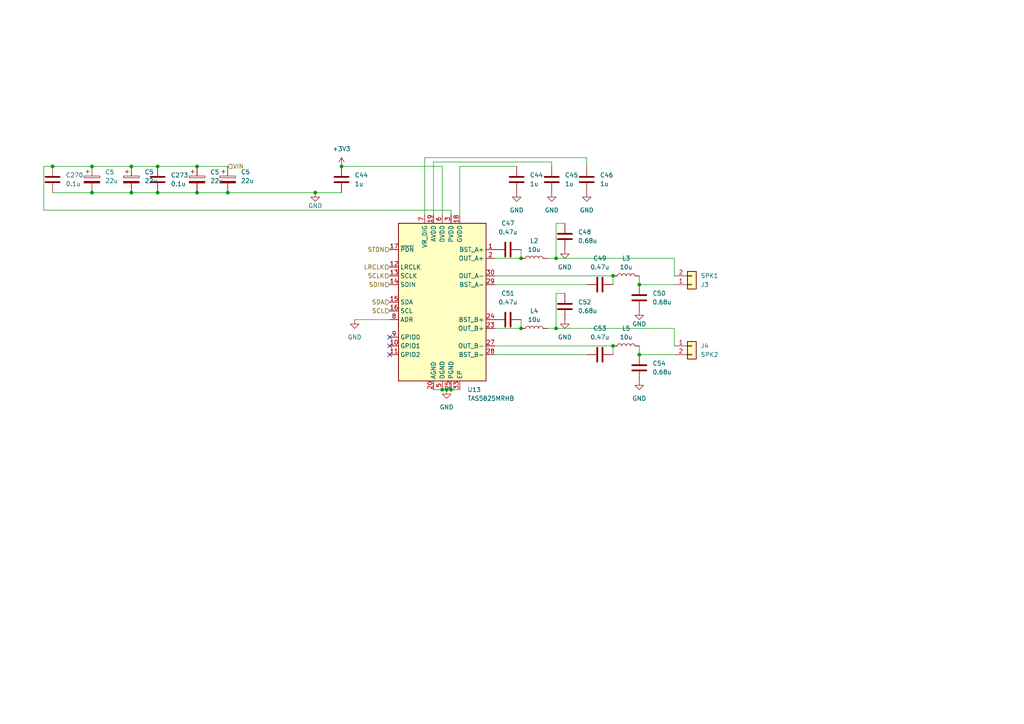
<source format=kicad_sch>
(kicad_sch (version 20230121) (generator eeschema)
  (paper "A4")
  (lib_symbols
    (symbol "Amplifier_Audio:TAS5825MRHB"
      (property "Reference" "U" (at -11.43 24.13 0))
      (property "Value" "TAS5825MRHB" (at 13.97 24.13 0))
      (symbol "TAS5825MRHB_0_1"
        (rectangle (start -12.7 22.86) (end 12.7 -22.86) (stroke (width 0.254)) (fill (type background)))
      )
      (symbol "TAS5825MRHB_1_1"
        (pin passive line (at 15.24 15.24 180) (length 2.54) (name "BST_A+") (number "1"))
        (pin bidirectional line (at -15.24 -12.7 0) (length 2.54) (name "GPIO1") (number "10"))
        (pin bidirectional line (at -15.24 -15.24 0) (length 2.54) (name "GPIO2") (number "11"))
        (pin input line (at -15.24 10.16 0) (length 2.54) (name "LRCLK") (number "12"))
        (pin input line (at -15.24 7.62 0) (length 2.54) (name "SCLK") (number "13"))
        (pin input line (at -15.24 5.08 0) (length 2.54) (name "SDIN") (number "14"))
        (pin bidirectional line (at -15.24 0 0) (length 2.54) (name "SDA") (number "15"))
        (pin input line (at -15.24 -2.54 0) (length 2.54) (name "SCL") (number "16"))
        (pin input line (at -15.24 15.24 0) (length 2.54) (name "~{PDN}") (number "17"))
        (pin passive line (at 5.08 25.4 270) (length 2.54) (name "GVDD") (number "18"))
        (pin passive line (at -2.54 25.4 270) (length 2.54) (name "AVDD") (number "19"))
        (pin output line (at 15.24 12.7 180) (length 2.54) (name "OUT_A+") (number "2"))
        (pin power_in line (at -2.54 -25.4 90) (length 2.54) (name "AGND") (number "20"))
        (pin passive line (at 2.54 25.4 270) (length 2.54) hide (name "PVDD") (number "21"))
        (pin passive line (at 2.54 25.4 270) (length 2.54) hide (name "PVDD") (number "22"))
        (pin output line (at 15.24 -7.62 180) (length 2.54) (name "OUT_B+") (number "23"))
        (pin passive line (at 15.24 -5.08 180) (length 2.54) (name "BST_B+") (number "24"))
        (pin power_in line (at 2.54 -25.4 90) (length 2.54) (name "PGND") (number "25"))
        (pin passive line (at 2.54 -25.4 90) (length 2.54) hide (name "PGND") (number "26"))
        (pin output line (at 15.24 -12.7 180) (length 2.54) (name "OUT_B-") (number "27"))
        (pin passive line (at 15.24 -15.24 180) (length 2.54) (name "BST_B-") (number "28"))
        (pin passive line (at 15.24 5.08 180) (length 2.54) (name "BST_A-") (number "29"))
        (pin power_in line (at 2.54 25.4 270) (length 2.54) (name "PVDD") (number "3"))
        (pin output line (at 15.24 7.62 180) (length 2.54) (name "OUT_A-") (number "30"))
        (pin passive line (at 2.54 -25.4 90) (length 2.54) hide (name "PGND") (number "31"))
        (pin passive line (at 2.54 -25.4 90) (length 2.54) hide (name "PGND") (number "32"))
        (pin passive line (at 5.08 -25.4 90) (length 2.54) (name "EP") (number "33"))
        (pin passive line (at 2.54 25.4 270) (length 2.54) hide (name "PVDD") (number "4"))
        (pin power_in line (at 0 -25.4 90) (length 2.54) (name "DGND") (number "5"))
        (pin power_in line (at 0 25.4 270) (length 2.54) (name "DVDD") (number "6"))
        (pin passive line (at -5.08 25.4 270) (length 2.54) (name "VR_DIG") (number "7"))
        (pin passive line (at -15.24 -5.08 0) (length 2.54) (name "ADR") (number "8"))
        (pin bidirectional line (at -15.24 -10.16 0) (length 2.54) (name "GPIO0") (number "9"))
      )
    )
    (symbol "Connector_Generic:Conn_01x02" (pin_names (offset 1.016) hide)
      (property "Reference" "J" (at 0 2.54 0))
      (property "Value" "Conn_01x02" (at 0 -5.08 0))
      (symbol "Conn_01x02_1_1"
        (rectangle (start -1.27 -2.413) (end 0 -2.667) (stroke (width 0.1524)))
        (rectangle (start -1.27 0.127) (end 0 -0.127) (stroke (width 0.1524)))
        (rectangle (start -1.27 1.27) (end 1.27 -3.81) (stroke (width 0.254)) (fill (type background)))
        (pin passive line (at -5.08 0 0) (length 3.81) (name "Pin_1") (number "1"))
        (pin passive line (at -5.08 -2.54 0) (length 3.81) (name "Pin_2") (number "2"))
      )
    )
    (symbol "Device:C" (pin_numbers hide) (pin_names (offset 0.254))
      (property "Reference" "C" (at 0.635 2.54 0))
      (property "Value" "C" (at 0.635 -2.54 0))
      (symbol "C_0_1"
        (polyline (pts (xy -2.032 -0.762) (xy 2.032 -0.762)) (stroke (width 0.508)))
        (polyline (pts (xy -2.032 0.762) (xy 2.032 0.762)) (stroke (width 0.508)))
      )
      (symbol "C_1_1"
        (pin passive line (at 0 3.81 270) (length 2.794) (name "~") (number "1"))
        (pin passive line (at 0 -3.81 90) (length 2.794) (name "~") (number "2"))
      )
    )
    (symbol "Device:C_Polarized" (pin_numbers hide) (pin_names (offset 0.254))
      (property "Reference" "C" (at 0.635 2.54 0))
      (property "Value" "C_Polarized" (at 0.635 -2.54 0))
      (symbol "C_Polarized_0_1"
        (rectangle (start -2.286 0.508) (end 2.286 1.016))
        (polyline (pts (xy -1.778 2.286) (xy -0.762 2.286)))
        (polyline (pts (xy -1.27 2.794) (xy -1.27 1.778)))
        (rectangle (start 2.286 -0.508) (end -2.286 -1.016) (fill (type outline)))
      )
      (symbol "C_Polarized_1_1"
        (pin passive line (at 0 3.81 270) (length 2.794) (name "~") (number "1"))
        (pin passive line (at 0 -3.81 90) (length 2.794) (name "~") (number "2"))
      )
    )
    (symbol "Device:L" (pin_numbers hide) (pin_names (offset 1.016) hide)
      (property "Reference" "L" (at -1.27 0 90))
      (property "Value" "L" (at 1.905 0 90))
      (symbol "L_0_1"
        (arc (start 0 -2.54) (mid 0.6323 -1.905) (end 0 -1.27))
        (arc (start 0 -1.27) (mid 0.6323 -0.635) (end 0 0))
        (arc (start 0 0) (mid 0.6323 0.635) (end 0 1.27))
        (arc (start 0 1.27) (mid 0.6323 1.905) (end 0 2.54))
      )
      (symbol "L_1_1"
        (pin passive line (at 0 3.81 270) (length 1.27) (name "1") (number "1"))
        (pin passive line (at 0 -3.81 90) (length 1.27) (name "2") (number "2"))
      )
    )
    (symbol "PCM_4ms_Power-symbol:GND" (power) (pin_names (offset 0))
      (property "Value" "GND" (at 0 -3.81 0))
      (symbol "GND_0_1"
        (polyline (pts (xy 0 0) (xy 0 -1.27) (xy 1.27 -1.27) (xy 0 -2.54) (xy -1.27 -1.27) (xy 0 -1.27)))
      )
      (symbol "GND_1_1"
        (pin power_in line (at 0 0 270) (length 0) hide (name "GND") (number "1"))
      )
    )
    (symbol "power:+3V3" (power) (pin_names (offset 0))
      (property "Value" "+3V3" (at 0 3.556 0))
      (symbol "+3V3_0_1"
        (polyline (pts (xy -0.762 1.27) (xy 0 2.54)))
        (polyline (pts (xy 0 0) (xy 0 2.54)))
        (polyline (pts (xy 0 2.54) (xy 0.762 1.27)))
      )
      (symbol "+3V3_1_1"
        (pin power_in line (at 0 0 90) (length 0) hide (name "+3V3") (number "1"))
      )
    )
  )
  (junction (at 185.42 82.55))
  (junction (at 57.15 48.26))
  (junction (at 26.67 55.88))
  (junction (at 45.72 48.26))
  (junction (at 151.13 74.93))
  (junction (at 130.81 113.03))
  (junction (at 38.1 55.88))
  (junction (at 57.15 55.88))
  (junction (at 177.8 80.01))
  (junction (at 26.67 48.26))
  (junction (at 128.27 113.03))
  (junction (at 91.44 55.88))
  (junction (at 99.06 48.26))
  (junction (at 185.42 102.87))
  (junction (at 15.24 48.26))
  (junction (at 129.54 113.03))
  (junction (at 161.29 74.93))
  (junction (at 161.29 95.25))
  (junction (at 45.72 55.88))
  (junction (at 38.1 48.26))
  (junction (at 177.8 100.33))
  (junction (at 151.13 95.25))
  (junction (at 66.04 55.88))
  (no_connect (at 113.03 100.33))
  (no_connect (at 113.03 102.87))
  (no_connect (at 113.03 97.79))
  (wire (pts (xy 161.29 95.25) (xy 195.58 95.25)))
  (wire (pts (xy 160.02 46.99) (xy 125.73 46.99)))
  (wire (pts (xy 185.42 80.01) (xy 185.42 82.55)))
  (wire (pts (xy 163.83 64.77) (xy 161.29 64.77)))
  (wire (pts (xy 195.58 100.33) (xy 195.58 95.25)))
  (wire (pts (xy 128.27 113.03) (xy 129.54 113.03)))
  (wire (pts (xy 151.13 92.71) (xy 151.13 95.25)))
  (wire (pts (xy 195.58 102.87) (xy 185.42 102.87)))
  (wire (pts (xy 102.87 92.71) (xy 113.03 92.71)))
  (wire (pts (xy 185.42 100.33) (xy 185.42 102.87)))
  (wire (pts (xy 12.7 60.96) (xy 130.81 60.96)))
  (wire (pts (xy 12.7 48.26) (xy 15.24 48.26)))
  (wire (pts (xy 195.58 82.55) (xy 185.42 82.55)))
  (wire (pts (xy 133.35 48.26) (xy 133.35 62.23)))
  (wire (pts (xy 91.44 55.88) (xy 99.06 55.88)))
  (wire (pts (xy 38.1 48.26) (xy 45.72 48.26)))
  (wire (pts (xy 149.86 48.26) (xy 133.35 48.26)))
  (wire (pts (xy 57.15 55.88) (xy 66.04 55.88)))
  (wire (pts (xy 123.19 45.72) (xy 123.19 62.23)))
  (wire (pts (xy 151.13 72.39) (xy 151.13 74.93)))
  (wire (pts (xy 143.51 82.55) (xy 170.18 82.55)))
  (wire (pts (xy 161.29 85.09) (xy 161.29 95.25)))
  (wire (pts (xy 163.83 85.09) (xy 161.29 85.09)))
  (wire (pts (xy 129.54 113.03) (xy 130.81 113.03)))
  (wire (pts (xy 26.67 55.88) (xy 38.1 55.88)))
  (wire (pts (xy 143.51 100.33) (xy 177.8 100.33)))
  (wire (pts (xy 12.7 48.26) (xy 12.7 60.96)))
  (wire (pts (xy 15.24 48.26) (xy 26.67 48.26)))
  (wire (pts (xy 38.1 55.88) (xy 45.72 55.88)))
  (wire (pts (xy 57.15 48.26) (xy 66.04 48.26)))
  (wire (pts (xy 26.67 48.26) (xy 38.1 48.26)))
  (wire (pts (xy 161.29 64.77) (xy 161.29 74.93)))
  (wire (pts (xy 143.51 95.25) (xy 151.13 95.25)))
  (wire (pts (xy 125.73 46.99) (xy 125.73 62.23)))
  (wire (pts (xy 160.02 48.26) (xy 160.02 46.99)))
  (wire (pts (xy 45.72 55.88) (xy 57.15 55.88)))
  (wire (pts (xy 99.06 48.26) (xy 128.27 48.26)))
  (wire (pts (xy 66.04 55.88) (xy 91.44 55.88)))
  (wire (pts (xy 195.58 80.01) (xy 195.58 74.93)))
  (wire (pts (xy 158.75 95.25) (xy 161.29 95.25)))
  (wire (pts (xy 161.29 74.93) (xy 158.75 74.93)))
  (wire (pts (xy 143.51 80.01) (xy 177.8 80.01)))
  (wire (pts (xy 170.18 45.72) (xy 123.19 45.72)))
  (wire (pts (xy 170.18 48.26) (xy 170.18 45.72)))
  (wire (pts (xy 177.8 80.01) (xy 177.8 82.55)))
  (wire (pts (xy 130.81 60.96) (xy 130.81 62.23)))
  (wire (pts (xy 125.73 113.03) (xy 128.27 113.03)))
  (wire (pts (xy 143.51 74.93) (xy 151.13 74.93)))
  (wire (pts (xy 177.8 100.33) (xy 177.8 102.87)))
  (wire (pts (xy 130.81 113.03) (xy 133.35 113.03)))
  (wire (pts (xy 45.72 48.26) (xy 57.15 48.26)))
  (wire (pts (xy 128.27 62.23) (xy 128.27 48.26)))
  (wire (pts (xy 195.58 74.93) (xy 161.29 74.93)))
  (wire (pts (xy 143.51 102.87) (xy 170.18 102.87)))
  (wire (pts (xy 15.24 55.88) (xy 26.67 55.88)))
  (hierarchical_label "LRCLK" (shape input) (at 113.03 77.47 180))
  (hierarchical_label "SCL" (shape input) (at 113.03 90.17 180))
  (hierarchical_label "STDN" (shape input) (at 113.03 72.39 180))
  (hierarchical_label "SDA" (shape input) (at 113.03 87.63 180))
  (hierarchical_label "SDIN" (shape input) (at 113.03 82.55 180))
  (hierarchical_label "VIN" (shape input) (at 66.04 48.26 0))
  (hierarchical_label "SCLK" (shape input) (at 113.03 80.01 180))
  (symbol (lib_id "Device:C") (at 173.99 102.87 90) (unit 1)
    (property "Reference" "C53" (at 173.99 95.25 90))
    (property "Value" "0.47u" (at 173.99 97.79 90))
    (property "Footprint" "Capacitor_SMD:C_0805_2012Metric" (effects hide))
  )
  (symbol (lib_id "Device:C") (at 99.06 52.07 0) (unit 1)
    (property "Reference" "C44" (at 102.87 50.8 0) (effects (justify left)))
    (property "Value" "1u" (at 102.87 53.34 0) (effects (justify left)))
    (property "Footprint" "Capacitor_SMD:C_1206_3216Metric" (effects hide))
  )
  (symbol (lib_id "Device:C") (at 185.42 86.36 0) (unit 1)
    (property "Reference" "C50" (at 189.23 85.09 0) (effects (justify left)))
    (property "Value" "0.68u" (at 189.23 87.63 0) (effects (justify left)))
    (property "Footprint" "Capacitor_SMD:C_0805_2012Metric" (effects hide))
  )
  (symbol (lib_id "Device:C") (at 149.86 52.07 0) (unit 1)
    (property "Reference" "C44" (at 153.67 50.8 0) (effects (justify left)))
    (property "Value" "1u" (at 153.67 53.34 0) (effects (justify left)))
    (property "Footprint" "Capacitor_SMD:C_1206_3216Metric" (effects hide))
  )
  (symbol (lib_id "Device:C") (at 173.99 82.55 90) (unit 1)
    (property "Reference" "C49" (at 173.99 74.93 90))
    (property "Value" "0.47u" (at 173.99 77.47 90))
    (property "Footprint" "Capacitor_SMD:C_0805_2012Metric" (effects hide))
  )
  (symbol (lib_id "Device:L") (at 181.61 80.01 90) (unit 1)
    (property "Reference" "L3" (at 181.61 74.93 90))
    (property "Value" "10u" (at 181.61 77.47 90))
    (property "Footprint" "Inductor_SMD:L_Taiyo-Yuden_NR-50xx_HandSoldering" (effects hide))
  )
  (symbol (lib_id "Connector_Generic:Conn_01x02") (at 200.66 100.33 0) (unit 1)
    (property "Reference" "J4" (at 203.2 100.33 0) (effects (justify left)))
    (property "Value" "SPK2" (at 203.2 102.87 0) (effects (justify left)))
    (property "Footprint" "Connector_JST:JST_XH_B2B-XH-A_1x02_P2.50mm_Vertical" (effects hide))
  )
  (symbol (lib_id "power:+3V3") (at 99.06 48.26 0) (unit 1)
    (property "Reference" "#PWR044" (effects hide))
    (property "Value" "+3V3" (at 99.06 43.18 0))
    (instances (project "RC_Charger_MainBoard" (path "" (reference "#PWR044") (unit 1)) (path "" (reference "#PWR08") (unit 1))))
  )
  (symbol (lib_id "Amplifier_Audio:TAS5825MRHB") (at 128.27 87.63 0) (unit 1)
    (property "Reference" "U13" (at 135.5441 113.03 0) (effects (justify left)))
    (property "Value" "TAS5825MRHB" (at 135.5441 115.57 0) (effects (justify left)))
    (property "Footprint" "Package_DFN_QFN:VQFN-32-1EP_5x5mm_P0.5mm_EP3.1x3.1mm" (effects hide))
    (property "Datasheet" "www.ti.com/lit/ds/symlink/tas5825m.pdf" (effects hide))
  )
  (symbol (lib_id "Device:L") (at 154.94 95.25 90) (unit 1)
    (property "Reference" "L4" (at 154.94 90.17 90))
    (property "Value" "10u" (at 154.94 92.71 90))
    (property "Footprint" "Inductor_SMD:L_Taiyo-Yuden_NR-50xx_HandSoldering" (effects hide))
  )
  (symbol (lib_id "Device:C") (at 163.83 68.58 0) (unit 1)
    (property "Reference" "C48" (at 167.64 67.31 0) (effects (justify left)))
    (property "Value" "0.68u" (at 167.64 69.85 0) (effects (justify left)))
    (property "Footprint" "Capacitor_SMD:C_0805_2012Metric" (effects hide))
  )
  (symbol (lib_id "Device:L") (at 154.94 74.93 90) (unit 1)
    (property "Reference" "L2" (at 154.94 69.85 90))
    (property "Value" "10u" (at 154.94 72.39 90))
    (property "Footprint" "Inductor_SMD:L_Taiyo-Yuden_NR-50xx_HandSoldering" (effects hide))
  )
  (symbol (lib_id "Device:C") (at 147.32 92.71 90) (unit 1)
    (property "Reference" "C51" (at 147.32 85.09 90))
    (property "Value" "0.47u" (at 147.32 87.63 90))
    (property "Footprint" "Capacitor_SMD:C_0805_2012Metric" (effects hide))
  )
  (symbol (lib_id "Device:C") (at 170.18 52.07 0) (unit 1)
    (property "Reference" "C46" (at 173.99 50.8 0) (effects (justify left)))
    (property "Value" "1u" (at 173.99 53.34 0) (effects (justify left)))
    (property "Footprint" "Capacitor_SMD:C_1206_3216Metric" (effects hide))
  )
  (symbol (lib_id "PCM_4ms_Power-symbol:GND") (at 185.42 110.49 0) (unit 1)
    (property "Reference" "#PWR058" (effects hide))
    (property "Value" "GND" (at 185.42 115.57 0))
  )
  (symbol (lib_id "Device:C") (at 163.83 88.9 0) (unit 1)
    (property "Reference" "C52" (at 167.64 87.63 0) (effects (justify left)))
    (property "Value" "0.68u" (at 167.64 90.17 0) (effects (justify left)))
    (property "Footprint" "Capacitor_SMD:C_0805_2012Metric" (effects hide))
  )
  (symbol (lib_id "Device:C") (at 15.24 52.07 0) (unit 1)
    (property "Reference" "C270" (at 19.05 50.8 0) (effects (justify left)))
    (property "Value" "0.1u" (at 19.05 53.34 0) (effects (justify left)))
    (property "Footprint" "Capacitor_SMD:C_0603_1608Metric" (effects hide))
  )
  (symbol (lib_id "Device:C_Polarized") (at 66.04 52.07 0) (unit 1)
    (property "Reference" "C5" (at 69.85 49.911 0) (effects (justify left)))
    (property "Value" "22u" (at 69.85 52.451 0) (effects (justify left)))
    (property "Footprint" "Capacitor_SMD:CP_Elec_6.3x5.4" (effects hide))
    (instances (project "RC_Charger_MainBoard" (path "" (reference "C5") (unit 1)) (path "" (reference "C31") (unit 1))))
  )
  (symbol (lib_id "Device:C_Polarized") (at 57.15 52.07 0) (unit 1)
    (property "Reference" "C5" (at 60.96 49.911 0) (effects (justify left)))
    (property "Value" "22u" (at 60.96 52.451 0) (effects (justify left)))
    (property "Footprint" "Capacitor_SMD:CP_Elec_6.3x5.4" (effects hide))
    (instances (project "RC_Charger_MainBoard" (path "" (reference "C5") (unit 1)) (path "" (reference "C30") (unit 1))))
  )
  (symbol (lib_id "PCM_4ms_Power-symbol:GND") (at 160.02 55.88 0) (unit 1)
    (property "Reference" "#PWR052" (effects hide))
    (property "Value" "GND" (at 160.02 60.96 0))
  )
  (symbol (lib_id "Device:C") (at 45.72 52.07 0) (unit 1)
    (property "Reference" "C273" (at 49.53 50.8 0) (effects (justify left)))
    (property "Value" "0.1u" (at 49.53 53.34 0) (effects (justify left)))
    (property "Footprint" "Capacitor_SMD:C_0603_1608Metric" (effects hide))
  )
  (symbol (lib_id "PCM_4ms_Power-symbol:GND") (at 185.42 90.17 0) (unit 1)
    (property "Reference" "#PWR056" (effects hide))
    (property "Value" "GND" (at 185.42 93.98 0))
  )
  (symbol (lib_id "Device:C_Polarized") (at 38.1 52.07 0) (unit 1)
    (property "Reference" "C5" (at 41.91 49.911 0) (effects (justify left)))
    (property "Value" "22u" (at 41.91 52.451 0) (effects (justify left)))
    (property "Footprint" "Capacitor_SMD:CP_Elec_6.3x5.4" (effects hide))
    (instances (project "RC_Charger_MainBoard" (path "" (reference "C5") (unit 1)) (path "" (reference "C29") (unit 1))))
  )
  (symbol (lib_id "PCM_4ms_Power-symbol:GND") (at 163.83 92.71 0) (unit 1)
    (property "Reference" "#PWR057" (effects hide))
    (property "Value" "GND" (at 163.83 97.79 0))
  )
  (symbol (lib_id "Connector_Generic:Conn_01x02") (at 200.66 82.55 0) (mirror x) (unit 1)
    (property "Reference" "J3" (at 203.2 82.55 0) (effects (justify left)))
    (property "Value" "SPK1" (at 203.2 80.01 0) (effects (justify left)))
    (property "Footprint" "Connector_JST:JST_XH_B2B-XH-A_1x02_P2.50mm_Vertical" (effects hide))
  )
  (symbol (lib_id "Device:C") (at 160.02 52.07 0) (unit 1)
    (property "Reference" "C45" (at 163.83 50.8 0) (effects (justify left)))
    (property "Value" "1u" (at 163.83 53.34 0) (effects (justify left)))
    (property "Footprint" "Capacitor_SMD:C_1206_3216Metric" (effects hide))
  )
  (symbol (lib_id "Device:C_Polarized") (at 26.67 52.07 0) (unit 1)
    (property "Reference" "C5" (at 30.48 49.911 0) (effects (justify left)))
    (property "Value" "22u" (at 30.48 52.451 0) (effects (justify left)))
    (property "Footprint" "Capacitor_SMD:CP_Elec_6.3x5.4" (effects hide))
    (instances (project "RC_Charger_MainBoard" (path "" (reference "C5") (unit 1)) (path "" (reference "C28") (unit 1))))
  )
  (symbol (lib_id "PCM_4ms_Power-symbol:GND") (at 129.54 113.03 0) (unit 1)
    (property "Reference" "#PWR0355" (effects hide))
    (property "Value" "GND" (at 129.54 118.11 0))
  )
  (symbol (lib_id "Device:L") (at 181.61 100.33 90) (unit 1)
    (property "Reference" "L5" (at 181.61 95.25 90))
    (property "Value" "10u" (at 181.61 97.79 90))
    (property "Footprint" "Inductor_SMD:L_Taiyo-Yuden_NR-50xx_HandSoldering" (effects hide))
  )
  (symbol (lib_id "PCM_4ms_Power-symbol:GND") (at 149.86 55.88 0) (unit 1)
    (property "Reference" "#PWR051" (effects hide))
    (property "Value" "GND" (at 149.86 60.96 0))
  )
  (symbol (lib_id "PCM_4ms_Power-symbol:GND") (at 91.44 55.88 0) (unit 1)
    (property "Reference" "#PWR050" (effects hide))
    (property "Value" "GND" (at 91.44 59.69 0))
  )
  (symbol (lib_id "PCM_4ms_Power-symbol:GND") (at 170.18 55.88 0) (unit 1)
    (property "Reference" "#PWR053" (effects hide))
    (property "Value" "GND" (at 170.18 60.96 0))
  )
  (symbol (lib_id "Device:C") (at 147.32 72.39 90) (unit 1)
    (property "Reference" "C47" (at 147.32 64.77 90))
    (property "Value" "0.47u" (at 147.32 67.31 90))
    (property "Footprint" "Capacitor_SMD:C_0805_2012Metric" (effects hide))
  )
  (symbol (lib_id "PCM_4ms_Power-symbol:GND") (at 102.87 92.71 0) (unit 1)
    (property "Reference" "#PWR054" (effects hide))
    (property "Value" "GND" (at 102.87 97.79 0))
  )
  (symbol (lib_id "Device:C") (at 185.42 106.68 0) (unit 1)
    (property "Reference" "C54" (at 189.23 105.41 0) (effects (justify left)))
    (property "Value" "0.68u" (at 189.23 107.95 0) (effects (justify left)))
    (property "Footprint" "Capacitor_SMD:C_0805_2012Metric" (effects hide))
  )
  (symbol (lib_id "PCM_4ms_Power-symbol:GND") (at 163.83 72.39 0) (unit 1)
    (property "Reference" "#PWR055" (effects hide))
    (property "Value" "GND" (at 163.83 77.47 0))
  )
)
</source>
